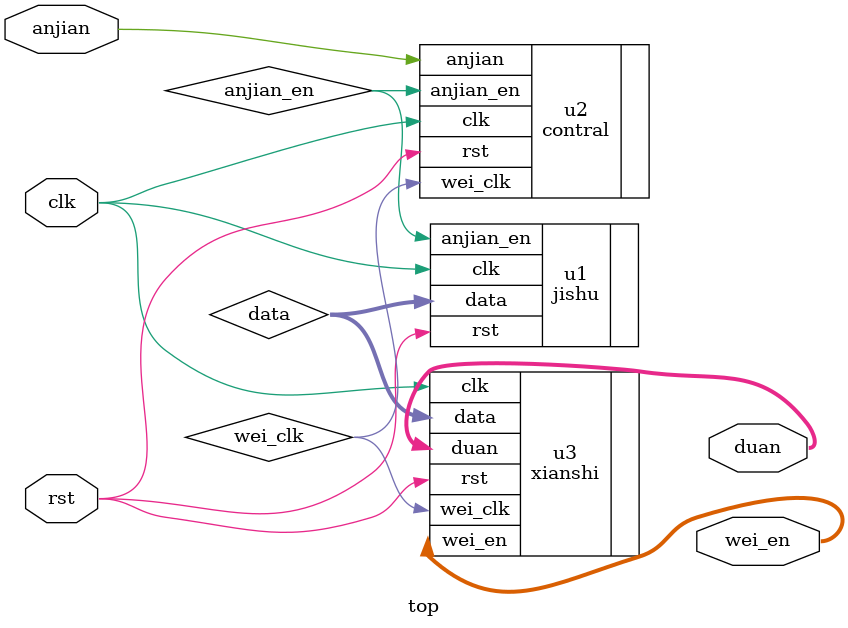
<source format=v>
`timescale 1ns / 1ps
module top(clk,rst,anjian,wei_en,duan
    );
input clk;
input rst;
input anjian;
output[3:0] wei_en;
output[7:0] duan;
//
wire anjian_en;
wire [7:0] data;
jishu u1(
.clk(clk),
.rst(rst),
.anjian_en(anjian_en),
.data(data)
);
//
wire wei_clk;
contral u2(
.clk(clk),
.rst(rst),
.anjian(anjian),
.anjian_en(anjian_en),
.wei_clk(wei_clk)
);
//
xianshi u3(
.clk(clk),
.rst(rst),
.wei_clk(wei_clk),
.wei_en(wei_en),
.data(data),
.duan(duan)
);
endmodule

</source>
